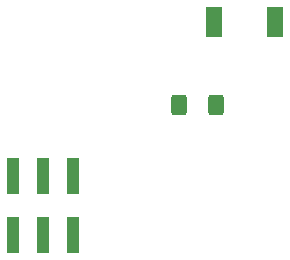
<source format=gbp>
G04 #@! TF.GenerationSoftware,KiCad,Pcbnew,(6.99.0-2452-gdb4f2d9dd8)*
G04 #@! TF.CreationDate,2022-07-25T19:23:05-05:00*
G04 #@! TF.ProjectId,B2,42322e6b-6963-4616-945f-706362585858,rev?*
G04 #@! TF.SameCoordinates,Original*
G04 #@! TF.FileFunction,Paste,Bot*
G04 #@! TF.FilePolarity,Positive*
%FSLAX46Y46*%
G04 Gerber Fmt 4.6, Leading zero omitted, Abs format (unit mm)*
G04 Created by KiCad (PCBNEW (6.99.0-2452-gdb4f2d9dd8)) date 2022-07-25 19:23:05*
%MOMM*%
%LPD*%
G01*
G04 APERTURE LIST*
G04 Aperture macros list*
%AMRoundRect*
0 Rectangle with rounded corners*
0 $1 Rounding radius*
0 $2 $3 $4 $5 $6 $7 $8 $9 X,Y pos of 4 corners*
0 Add a 4 corners polygon primitive as box body*
4,1,4,$2,$3,$4,$5,$6,$7,$8,$9,$2,$3,0*
0 Add four circle primitives for the rounded corners*
1,1,$1+$1,$2,$3*
1,1,$1+$1,$4,$5*
1,1,$1+$1,$6,$7*
1,1,$1+$1,$8,$9*
0 Add four rect primitives between the rounded corners*
20,1,$1+$1,$2,$3,$4,$5,0*
20,1,$1+$1,$4,$5,$6,$7,0*
20,1,$1+$1,$6,$7,$8,$9,0*
20,1,$1+$1,$8,$9,$2,$3,0*%
G04 Aperture macros list end*
%ADD10R,1.000000X3.150000*%
%ADD11RoundRect,0.250000X0.400000X0.625000X-0.400000X0.625000X-0.400000X-0.625000X0.400000X-0.625000X0*%
%ADD12R,1.400000X2.600000*%
G04 APERTURE END LIST*
D10*
X130821922Y-94167743D03*
X130821922Y-99217743D03*
X133361922Y-94167743D03*
X133361922Y-99217743D03*
X135901922Y-94167743D03*
X135901922Y-99217743D03*
D11*
X148000323Y-88184850D03*
X144900323Y-88184850D03*
D12*
X153049999Y-81149999D03*
X147849999Y-81149999D03*
M02*

</source>
